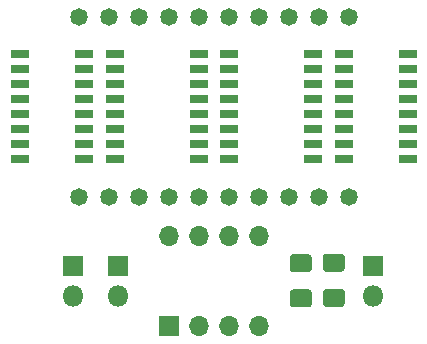
<source format=gbr>
%TF.GenerationSoftware,KiCad,Pcbnew,(5.1.6)-1*%
%TF.CreationDate,2021-03-31T10:32:31-04:00*%
%TF.ProjectId,Turbo-Display-V2,54757262-6f2d-4446-9973-706c61792d56,rev?*%
%TF.SameCoordinates,Original*%
%TF.FileFunction,Soldermask,Top*%
%TF.FilePolarity,Negative*%
%FSLAX46Y46*%
G04 Gerber Fmt 4.6, Leading zero omitted, Abs format (unit mm)*
G04 Created by KiCad (PCBNEW (5.1.6)-1) date 2021-03-31 10:32:31*
%MOMM*%
%LPD*%
G01*
G04 APERTURE LIST*
%ADD10C,1.481000*%
%ADD11O,1.800000X1.800000*%
%ADD12R,1.800000X1.800000*%
%ADD13R,1.605000X0.800000*%
%ADD14R,1.700000X1.700000*%
%ADD15O,1.700000X1.700000*%
%ADD16R,1.625000X0.750000*%
G04 APERTURE END LIST*
%TO.C,C1*%
G36*
G01*
X110639456Y-100003500D02*
X109324544Y-100003500D01*
G75*
G02*
X109057000Y-99735956I0J267544D01*
G01*
X109057000Y-98746044D01*
G75*
G02*
X109324544Y-98478500I267544J0D01*
G01*
X110639456Y-98478500D01*
G75*
G02*
X110907000Y-98746044I0J-267544D01*
G01*
X110907000Y-99735956D01*
G75*
G02*
X110639456Y-100003500I-267544J0D01*
G01*
G37*
G36*
G01*
X110639456Y-97028500D02*
X109324544Y-97028500D01*
G75*
G02*
X109057000Y-96760956I0J267544D01*
G01*
X109057000Y-95771044D01*
G75*
G02*
X109324544Y-95503500I267544J0D01*
G01*
X110639456Y-95503500D01*
G75*
G02*
X110907000Y-95771044I0J-267544D01*
G01*
X110907000Y-96760956D01*
G75*
G02*
X110639456Y-97028500I-267544J0D01*
G01*
G37*
%TD*%
%TO.C,C2*%
G36*
G01*
X107845456Y-97065000D02*
X106530544Y-97065000D01*
G75*
G02*
X106263000Y-96797456I0J267544D01*
G01*
X106263000Y-95807544D01*
G75*
G02*
X106530544Y-95540000I267544J0D01*
G01*
X107845456Y-95540000D01*
G75*
G02*
X108113000Y-95807544I0J-267544D01*
G01*
X108113000Y-96797456D01*
G75*
G02*
X107845456Y-97065000I-267544J0D01*
G01*
G37*
G36*
G01*
X107845456Y-100040000D02*
X106530544Y-100040000D01*
G75*
G02*
X106263000Y-99772456I0J267544D01*
G01*
X106263000Y-98782544D01*
G75*
G02*
X106530544Y-98515000I267544J0D01*
G01*
X107845456Y-98515000D01*
G75*
G02*
X108113000Y-98782544I0J-267544D01*
G01*
X108113000Y-99772456D01*
G75*
G02*
X107845456Y-100040000I-267544J0D01*
G01*
G37*
%TD*%
D10*
%TO.C,DS1_LSB1*%
X88392000Y-75438000D03*
X90932000Y-75438000D03*
X93472000Y-75438000D03*
X96012000Y-75438000D03*
X98552000Y-75438000D03*
X98552000Y-90678000D03*
X96012000Y-90678000D03*
X93472000Y-90678000D03*
X90932000Y-90678000D03*
X88392000Y-90678000D03*
%TD*%
%TO.C,DS2_MSB1*%
X101092000Y-90678000D03*
X103632000Y-90678000D03*
X106172000Y-90678000D03*
X108712000Y-90678000D03*
X111252000Y-90678000D03*
X111252000Y-75438000D03*
X108712000Y-75438000D03*
X106172000Y-75438000D03*
X103632000Y-75438000D03*
X101092000Y-75438000D03*
%TD*%
D11*
%TO.C,J1*%
X113284000Y-99060000D03*
D12*
X113284000Y-96520000D03*
%TD*%
%TO.C,J2*%
X87884000Y-96520000D03*
D11*
X87884000Y-99060000D03*
%TD*%
D12*
%TO.C,J3*%
X91694000Y-96520000D03*
D11*
X91694000Y-99060000D03*
%TD*%
D13*
%TO.C,RN1*%
X98544000Y-87503000D03*
X98544000Y-86233000D03*
X98544000Y-84963000D03*
X98544000Y-83693000D03*
X98544000Y-82423000D03*
X98544000Y-81153000D03*
X98544000Y-79883000D03*
X98544000Y-78613000D03*
X91448000Y-78613000D03*
X91448000Y-79883000D03*
X91448000Y-81153000D03*
X91448000Y-82423000D03*
X91448000Y-83693000D03*
X91448000Y-84963000D03*
X91448000Y-86233000D03*
X91448000Y-87503000D03*
%TD*%
%TO.C,RN2*%
X108196000Y-78613000D03*
X108196000Y-79883000D03*
X108196000Y-81153000D03*
X108196000Y-82423000D03*
X108196000Y-83693000D03*
X108196000Y-84963000D03*
X108196000Y-86233000D03*
X108196000Y-87503000D03*
X101100000Y-87503000D03*
X101100000Y-86233000D03*
X101100000Y-84963000D03*
X101100000Y-83693000D03*
X101100000Y-82423000D03*
X101100000Y-81153000D03*
X101100000Y-79883000D03*
X101100000Y-78613000D03*
%TD*%
D14*
%TO.C,U1*%
X96012000Y-101600000D03*
D15*
X103632000Y-93980000D03*
X98552000Y-101600000D03*
X101092000Y-93980000D03*
X101092000Y-101600000D03*
X98552000Y-93980000D03*
X103632000Y-101600000D03*
X96012000Y-93980000D03*
%TD*%
D16*
%TO.C,U2*%
X88818000Y-87503000D03*
X88818000Y-86233000D03*
X88818000Y-84963000D03*
X88818000Y-83693000D03*
X88818000Y-82423000D03*
X88818000Y-81153000D03*
X88818000Y-79883000D03*
X88818000Y-78613000D03*
X83394000Y-78613000D03*
X83394000Y-79883000D03*
X83394000Y-81153000D03*
X83394000Y-82423000D03*
X83394000Y-83693000D03*
X83394000Y-84963000D03*
X83394000Y-86233000D03*
X83394000Y-87503000D03*
%TD*%
%TO.C,U3*%
X116250000Y-78613000D03*
X116250000Y-79883000D03*
X116250000Y-81153000D03*
X116250000Y-82423000D03*
X116250000Y-83693000D03*
X116250000Y-84963000D03*
X116250000Y-86233000D03*
X116250000Y-87503000D03*
X110826000Y-87503000D03*
X110826000Y-86233000D03*
X110826000Y-84963000D03*
X110826000Y-83693000D03*
X110826000Y-82423000D03*
X110826000Y-81153000D03*
X110826000Y-79883000D03*
X110826000Y-78613000D03*
%TD*%
M02*

</source>
